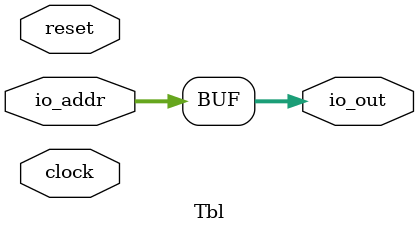
<source format=v>


// Verification Directory fv/Tbl 

module Tbl(clock, reset, io_addr, io_out);
  input clock, reset;
  input [7:0] io_addr;
  output [7:0] io_out;
  wire clock, reset;
  wire [7:0] io_addr;
  wire [7:0] io_out;
  assign io_out[0] = io_addr[0];
  assign io_out[1] = io_addr[1];
  assign io_out[2] = io_addr[2];
  assign io_out[3] = io_addr[3];
  assign io_out[4] = io_addr[4];
  assign io_out[5] = io_addr[5];
  assign io_out[6] = io_addr[6];
  assign io_out[7] = io_addr[7];
endmodule


</source>
